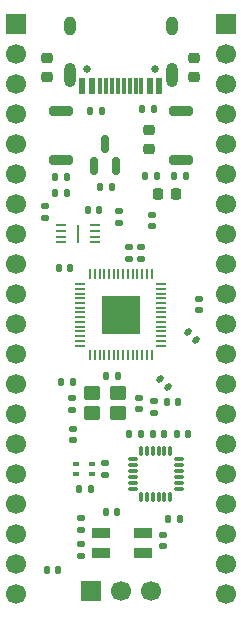
<source format=gbr>
%TF.GenerationSoftware,KiCad,Pcbnew,9.0.6*%
%TF.CreationDate,2026-02-18T17:47:18+01:00*%
%TF.ProjectId,devboard,64657662-6f61-4726-942e-6b696361645f,rev?*%
%TF.SameCoordinates,Original*%
%TF.FileFunction,Soldermask,Top*%
%TF.FilePolarity,Negative*%
%FSLAX46Y46*%
G04 Gerber Fmt 4.6, Leading zero omitted, Abs format (unit mm)*
G04 Created by KiCad (PCBNEW 9.0.6) date 2026-02-18 17:47:18*
%MOMM*%
%LPD*%
G01*
G04 APERTURE LIST*
G04 Aperture macros list*
%AMRoundRect*
0 Rectangle with rounded corners*
0 $1 Rounding radius*
0 $2 $3 $4 $5 $6 $7 $8 $9 X,Y pos of 4 corners*
0 Add a 4 corners polygon primitive as box body*
4,1,4,$2,$3,$4,$5,$6,$7,$8,$9,$2,$3,0*
0 Add four circle primitives for the rounded corners*
1,1,$1+$1,$2,$3*
1,1,$1+$1,$4,$5*
1,1,$1+$1,$6,$7*
1,1,$1+$1,$8,$9*
0 Add four rect primitives between the rounded corners*
20,1,$1+$1,$2,$3,$4,$5,0*
20,1,$1+$1,$4,$5,$6,$7,0*
20,1,$1+$1,$6,$7,$8,$9,0*
20,1,$1+$1,$8,$9,$2,$3,0*%
G04 Aperture macros list end*
%ADD10RoundRect,0.075000X-0.350000X-0.075000X0.350000X-0.075000X0.350000X0.075000X-0.350000X0.075000X0*%
%ADD11RoundRect,0.075000X0.075000X-0.350000X0.075000X0.350000X-0.075000X0.350000X-0.075000X-0.350000X0*%
%ADD12RoundRect,0.140000X0.140000X0.170000X-0.140000X0.170000X-0.140000X-0.170000X0.140000X-0.170000X0*%
%ADD13RoundRect,0.140000X0.170000X-0.140000X0.170000X0.140000X-0.170000X0.140000X-0.170000X-0.140000X0*%
%ADD14RoundRect,0.140000X-0.140000X-0.170000X0.140000X-0.170000X0.140000X0.170000X-0.140000X0.170000X0*%
%ADD15RoundRect,0.135000X0.135000X0.185000X-0.135000X0.185000X-0.135000X-0.185000X0.135000X-0.185000X0*%
%ADD16RoundRect,0.225000X-0.250000X0.225000X-0.250000X-0.225000X0.250000X-0.225000X0.250000X0.225000X0*%
%ADD17RoundRect,0.140000X-0.170000X0.140000X-0.170000X-0.140000X0.170000X-0.140000X0.170000X0.140000X0*%
%ADD18RoundRect,0.062500X-0.387500X-0.062500X0.387500X-0.062500X0.387500X0.062500X-0.387500X0.062500X0*%
%ADD19R,0.200000X1.600000*%
%ADD20RoundRect,0.135000X-0.135000X-0.185000X0.135000X-0.185000X0.135000X0.185000X-0.135000X0.185000X0*%
%ADD21RoundRect,0.250000X-0.450000X-0.350000X0.450000X-0.350000X0.450000X0.350000X-0.450000X0.350000X0*%
%ADD22RoundRect,0.200000X0.800000X-0.200000X0.800000X0.200000X-0.800000X0.200000X-0.800000X-0.200000X0*%
%ADD23RoundRect,0.135000X-0.185000X0.135000X-0.185000X-0.135000X0.185000X-0.135000X0.185000X0.135000X0*%
%ADD24R,1.700000X1.700000*%
%ADD25C,1.700000*%
%ADD26RoundRect,0.218750X0.256250X-0.218750X0.256250X0.218750X-0.256250X0.218750X-0.256250X-0.218750X0*%
%ADD27RoundRect,0.140000X-0.219203X-0.021213X-0.021213X-0.219203X0.219203X0.021213X0.021213X0.219203X0*%
%ADD28R,1.600000X0.850000*%
%ADD29RoundRect,0.135000X0.185000X-0.135000X0.185000X0.135000X-0.185000X0.135000X-0.185000X-0.135000X0*%
%ADD30RoundRect,0.050000X-0.387500X-0.050000X0.387500X-0.050000X0.387500X0.050000X-0.387500X0.050000X0*%
%ADD31RoundRect,0.050000X-0.050000X-0.387500X0.050000X-0.387500X0.050000X0.387500X-0.050000X0.387500X0*%
%ADD32R,3.200000X3.200000*%
%ADD33C,0.650000*%
%ADD34R,0.600000X1.450000*%
%ADD35R,0.300000X1.450000*%
%ADD36O,1.000000X2.100000*%
%ADD37O,1.000000X1.600000*%
%ADD38RoundRect,0.225000X-0.225000X-0.250000X0.225000X-0.250000X0.225000X0.250000X-0.225000X0.250000X0*%
%ADD39R,0.500000X0.300000*%
%ADD40RoundRect,0.150000X0.150000X-0.587500X0.150000X0.587500X-0.150000X0.587500X-0.150000X-0.587500X0*%
G04 APERTURE END LIST*
D10*
%TO.C,U6*%
X61500000Y-87200000D03*
X61500000Y-87700000D03*
X61500000Y-88200000D03*
X61500000Y-88700000D03*
X61500000Y-89200000D03*
X61500000Y-89700000D03*
D11*
X62200000Y-90400000D03*
X62700000Y-90400000D03*
X63200000Y-90400000D03*
X63700000Y-90400000D03*
X64200000Y-90400000D03*
X64700000Y-90400000D03*
D10*
X65400000Y-89700000D03*
X65400000Y-89200000D03*
X65400000Y-88700000D03*
X65400000Y-88200000D03*
X65400000Y-87700000D03*
X65400000Y-87200000D03*
D11*
X64700000Y-86500000D03*
X64200000Y-86500000D03*
X63700000Y-86500000D03*
X63200000Y-86500000D03*
X62700000Y-86500000D03*
X62200000Y-86500000D03*
%TD*%
D12*
%TO.C,C19*%
X55180000Y-96600000D03*
X54220000Y-96600000D03*
%TD*%
D13*
%TO.C,C12*%
X60340000Y-67180000D03*
X60340000Y-66220000D03*
%TD*%
D14*
%TO.C,C17*%
X57695000Y-66125000D03*
X58655000Y-66125000D03*
%TD*%
D15*
%TO.C,R6*%
X66020000Y-63250000D03*
X65000000Y-63250000D03*
%TD*%
D16*
%TO.C,C13*%
X62850000Y-59365000D03*
X62850000Y-60915000D03*
%TD*%
D17*
%TO.C,C9*%
X57100000Y-94400000D03*
X57100000Y-95360000D03*
%TD*%
D14*
%TO.C,C23*%
X64410000Y-82370000D03*
X65370000Y-82370000D03*
%TD*%
D18*
%TO.C,U5*%
X55450000Y-67350000D03*
X55450000Y-67850000D03*
X55450000Y-68350000D03*
X55450000Y-68850000D03*
X58300000Y-68850000D03*
X58300000Y-68350000D03*
X58300000Y-67850000D03*
X58300000Y-67350000D03*
D19*
X56875000Y-68100000D03*
%TD*%
D17*
%TO.C,C2*%
X63110000Y-66530000D03*
X63110000Y-67490000D03*
%TD*%
D20*
%TO.C,R8*%
X56970000Y-89750000D03*
X57990000Y-89750000D03*
%TD*%
D17*
%TO.C,C16*%
X56400000Y-82040000D03*
X56400000Y-83000000D03*
%TD*%
D12*
%TO.C,C3*%
X60230000Y-80160000D03*
X59270000Y-80160000D03*
%TD*%
D20*
%TO.C,R9*%
X61180000Y-85100000D03*
X62200000Y-85100000D03*
%TD*%
D21*
%TO.C,Y1*%
X58100000Y-83300000D03*
X60300000Y-83300000D03*
X60300000Y-81600000D03*
X58100000Y-81600000D03*
%TD*%
D14*
%TO.C,C8*%
X54945000Y-63275000D03*
X55905000Y-63275000D03*
%TD*%
D22*
%TO.C,SW2*%
X55400000Y-61900000D03*
X55400000Y-57700000D03*
%TD*%
D23*
%TO.C,R7*%
X54100000Y-65760000D03*
X54100000Y-66780000D03*
%TD*%
D24*
%TO.C,J2*%
X51610000Y-50370000D03*
D25*
X51610000Y-52910000D03*
X51610000Y-55450000D03*
X51610000Y-57990000D03*
X51610000Y-60530000D03*
X51610000Y-63070000D03*
X51610000Y-65610000D03*
X51610000Y-68150000D03*
X51610000Y-70690000D03*
X51610000Y-73230000D03*
X51610000Y-75770000D03*
X51610000Y-78310000D03*
X51610000Y-80850000D03*
X51610000Y-83390000D03*
X51610000Y-85930000D03*
X51610000Y-88470000D03*
X51610000Y-91010000D03*
X51610000Y-93550000D03*
X51610000Y-96090000D03*
X51610000Y-98630000D03*
%TD*%
D12*
%TO.C,C24*%
X60200000Y-91700000D03*
X59240000Y-91700000D03*
%TD*%
D22*
%TO.C,SW1*%
X65600000Y-61900000D03*
X65600000Y-57700000D03*
%TD*%
D26*
%TO.C,PWR*%
X66730000Y-54802500D03*
X66730000Y-53227500D03*
%TD*%
D20*
%TO.C,R5*%
X55450000Y-80670000D03*
X56470000Y-80670000D03*
%TD*%
D14*
%TO.C,C21*%
X63220000Y-85100000D03*
X64180000Y-85100000D03*
%TD*%
D27*
%TO.C,C10*%
X63780589Y-80440589D03*
X64459411Y-81119411D03*
%TD*%
D12*
%TO.C,C18*%
X66180000Y-85100000D03*
X65220000Y-85100000D03*
%TD*%
D28*
%TO.C,D3*%
X58850000Y-93425000D03*
X58850000Y-95175000D03*
X62350000Y-95175000D03*
X62350000Y-93425000D03*
%TD*%
D15*
%TO.C,R11*%
X63550000Y-63250000D03*
X62530000Y-63250000D03*
%TD*%
D13*
%TO.C,C15*%
X62000000Y-82985000D03*
X62000000Y-82025000D03*
%TD*%
D29*
%TO.C,R10*%
X63350000Y-83280000D03*
X63350000Y-82260000D03*
%TD*%
D24*
%TO.C,J4*%
X57960000Y-98390000D03*
D25*
X60500000Y-98390000D03*
X63040000Y-98390000D03*
%TD*%
D20*
%TO.C,R12*%
X54910000Y-64620000D03*
X55930000Y-64620000D03*
%TD*%
D13*
%TO.C,C25*%
X64100000Y-94580000D03*
X64100000Y-93620000D03*
%TD*%
D30*
%TO.C,U1*%
X57062500Y-72377500D03*
X57062500Y-72777500D03*
X57062500Y-73177500D03*
X57062500Y-73577500D03*
X57062500Y-73977500D03*
X57062500Y-74377500D03*
X57062500Y-74777500D03*
X57062500Y-75177500D03*
X57062500Y-75577500D03*
X57062500Y-75977500D03*
X57062500Y-76377500D03*
X57062500Y-76777500D03*
X57062500Y-77177500D03*
X57062500Y-77577500D03*
D31*
X57900000Y-78415000D03*
X58300000Y-78415000D03*
X58700000Y-78415000D03*
X59100000Y-78415000D03*
X59500000Y-78415000D03*
X59900000Y-78415000D03*
X60300000Y-78415000D03*
X60700000Y-78415000D03*
X61100000Y-78415000D03*
X61500000Y-78415000D03*
X61900000Y-78415000D03*
X62300000Y-78415000D03*
X62700000Y-78415000D03*
X63100000Y-78415000D03*
D30*
X63937500Y-77577500D03*
X63937500Y-77177500D03*
X63937500Y-76777500D03*
X63937500Y-76377500D03*
X63937500Y-75977500D03*
X63937500Y-75577500D03*
X63937500Y-75177500D03*
X63937500Y-74777500D03*
X63937500Y-74377500D03*
X63937500Y-73977500D03*
X63937500Y-73577500D03*
X63937500Y-73177500D03*
X63937500Y-72777500D03*
X63937500Y-72377500D03*
D31*
X63100000Y-71540000D03*
X62700000Y-71540000D03*
X62300000Y-71540000D03*
X61900000Y-71540000D03*
X61500000Y-71540000D03*
X61100000Y-71540000D03*
X60700000Y-71540000D03*
X60300000Y-71540000D03*
X59900000Y-71540000D03*
X59500000Y-71540000D03*
X59100000Y-71540000D03*
X58700000Y-71540000D03*
X58300000Y-71540000D03*
X57900000Y-71540000D03*
D32*
X60500000Y-74977500D03*
%TD*%
D24*
%TO.C,J3*%
X69390000Y-50370000D03*
D25*
X69390000Y-52910000D03*
X69390000Y-55450000D03*
X69390000Y-57990000D03*
X69390000Y-60530000D03*
X69390000Y-63070000D03*
X69390000Y-65610000D03*
X69390000Y-68150000D03*
X69390000Y-70690000D03*
X69390000Y-73230000D03*
X69390000Y-75770000D03*
X69390000Y-78310000D03*
X69390000Y-80850000D03*
X69390000Y-83390000D03*
X69390000Y-85930000D03*
X69390000Y-88470000D03*
X69390000Y-91010000D03*
X69390000Y-93550000D03*
X69390000Y-96090000D03*
X69390000Y-98630000D03*
%TD*%
D13*
%TO.C,C5*%
X57100000Y-93180000D03*
X57100000Y-92220000D03*
%TD*%
D33*
%TO.C,J1*%
X63390000Y-54150000D03*
X57610000Y-54150000D03*
D34*
X63750000Y-55595000D03*
X62950000Y-55595000D03*
D35*
X61750000Y-55595000D03*
X60750000Y-55595000D03*
X60250000Y-55595000D03*
X59250000Y-55595000D03*
D34*
X58050000Y-55595000D03*
X57250000Y-55595000D03*
X57250000Y-55595000D03*
X58050000Y-55595000D03*
D35*
X58750000Y-55595000D03*
X59750000Y-55595000D03*
X61250000Y-55595000D03*
X62250000Y-55595000D03*
D34*
X62950000Y-55595000D03*
X63750000Y-55595000D03*
D36*
X64820000Y-54680000D03*
D37*
X64820000Y-50500000D03*
D36*
X56180000Y-54680000D03*
D37*
X56180000Y-50500000D03*
%TD*%
D38*
%TO.C,C14*%
X63625000Y-64780000D03*
X65175000Y-64780000D03*
%TD*%
D23*
%TO.C,R3*%
X61180000Y-69230000D03*
X61180000Y-70250000D03*
%TD*%
D14*
%TO.C,C20*%
X64520000Y-92300000D03*
X65480000Y-92300000D03*
%TD*%
D20*
%TO.C,R1*%
X62300000Y-57570000D03*
X63320000Y-57570000D03*
%TD*%
D17*
%TO.C,C22*%
X59200000Y-87545000D03*
X59200000Y-88505000D03*
%TD*%
D13*
%TO.C,C6*%
X56470000Y-85610000D03*
X56470000Y-84650000D03*
%TD*%
D23*
%TO.C,R4*%
X62220000Y-69230000D03*
X62220000Y-70250000D03*
%TD*%
D26*
%TO.C,RST*%
X54285000Y-54802500D03*
X54285000Y-53227500D03*
%TD*%
D27*
%TO.C,C7*%
X66170589Y-76420589D03*
X66849411Y-77099411D03*
%TD*%
D15*
%TO.C,R2*%
X58940000Y-57740000D03*
X57920000Y-57740000D03*
%TD*%
D12*
%TO.C,C1*%
X59730000Y-64147500D03*
X58770000Y-64147500D03*
%TD*%
D39*
%TO.C,U4*%
X56700000Y-87625000D03*
X56700000Y-88425000D03*
X58100000Y-88425000D03*
X58100000Y-87625000D03*
%TD*%
D17*
%TO.C,C11*%
X67160000Y-73600000D03*
X67160000Y-74560000D03*
%TD*%
D40*
%TO.C,U2*%
X58220000Y-62397500D03*
X60120000Y-62397500D03*
X59170000Y-60522500D03*
%TD*%
D12*
%TO.C,C4*%
X56220000Y-71010000D03*
X55260000Y-71010000D03*
%TD*%
M02*

</source>
